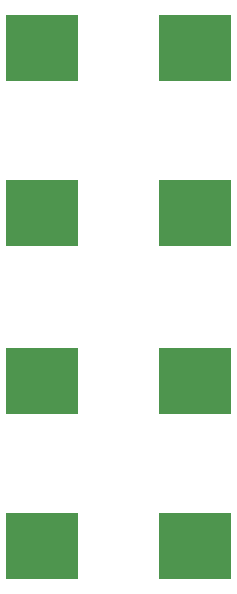
<source format=gbr>
%TF.GenerationSoftware,KiCad,Pcbnew,9.0.2*%
%TF.CreationDate,2025-08-17T10:41:30+03:30*%
%TF.ProjectId,drsstc-v1,64727373-7463-42d7-9631-2e6b69636164,rev?*%
%TF.SameCoordinates,Original*%
%TF.FileFunction,Paste,Top*%
%TF.FilePolarity,Positive*%
%FSLAX46Y46*%
G04 Gerber Fmt 4.6, Leading zero omitted, Abs format (unit mm)*
G04 Created by KiCad (PCBNEW 9.0.2) date 2025-08-17 10:41:30*
%MOMM*%
%LPD*%
G01*
G04 APERTURE LIST*
%ADD10R,6.200000X5.700000*%
G04 APERTURE END LIST*
D10*
%TO.C,Q8*%
X85285000Y-23500000D03*
%TD*%
%TO.C,Q9*%
X85285000Y-37500000D03*
%TD*%
%TO.C,Q7*%
X98200000Y-37500000D03*
%TD*%
%TO.C,Q5*%
X85285000Y-51700000D03*
%TD*%
%TO.C,Q3*%
X98200000Y-51700000D03*
%TD*%
%TO.C,Q4*%
X85285000Y-65700000D03*
%TD*%
%TO.C,Q2*%
X98200000Y-65700000D03*
%TD*%
%TO.C,Q6*%
X98200000Y-23500000D03*
%TD*%
M02*

</source>
